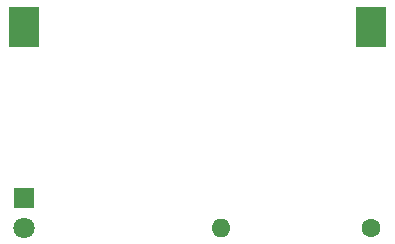
<source format=gbr>
%TF.GenerationSoftware,KiCad,Pcbnew,9.0.0*%
%TF.CreationDate,2025-03-12T20:24:48+03:00*%
%TF.ProjectId,getting-started,67657474-696e-4672-9d73-746172746564,0*%
%TF.SameCoordinates,Original*%
%TF.FileFunction,Soldermask,Bot*%
%TF.FilePolarity,Negative*%
%FSLAX46Y46*%
G04 Gerber Fmt 4.6, Leading zero omitted, Abs format (unit mm)*
G04 Created by KiCad (PCBNEW 9.0.0) date 2025-03-12 20:24:48*
%MOMM*%
%LPD*%
G01*
G04 APERTURE LIST*
%ADD10C,1.600000*%
%ADD11O,1.600000X1.600000*%
%ADD12R,1.800000X1.800000*%
%ADD13C,1.800000*%
%ADD14R,2.540000X3.510000*%
G04 APERTURE END LIST*
D10*
%TO.C,R1*%
X161350000Y-112000000D03*
D11*
X148650000Y-112000000D03*
%TD*%
D12*
%TO.C,D1*%
X132000000Y-109460000D03*
D13*
X132000000Y-112000000D03*
%TD*%
D14*
%TO.C,BT1*%
X161360000Y-95000000D03*
X132000000Y-95000000D03*
%TD*%
M02*

</source>
